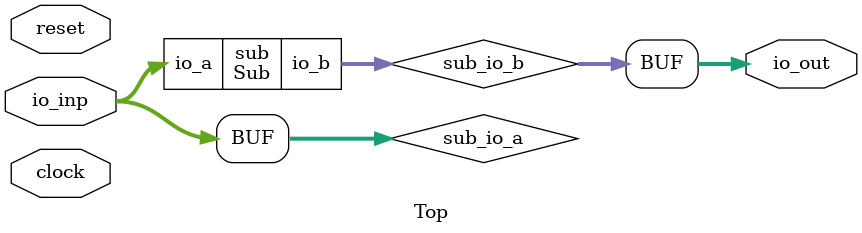
<source format=v>
module Sub(
  input  [3:0] io_a,
  output [3:0] io_b
);
  assign io_b = io_a + 4'h1; // @[SubModule.scala 29:16]
endmodule
module Top(
  input        clock,
  input        reset,
  input  [3:0] io_inp,
  output [3:0] io_out
);
  wire [3:0] sub_io_a; // @[SubModule.scala 18:30]
  wire [3:0] sub_io_b; // @[SubModule.scala 18:30]
  Sub sub ( // @[SubModule.scala 18:30]
    .io_a(sub_io_a),
    .io_b(sub_io_b)
  );
  assign io_out = sub_io_b;
  assign sub_io_a = io_inp;
endmodule

</source>
